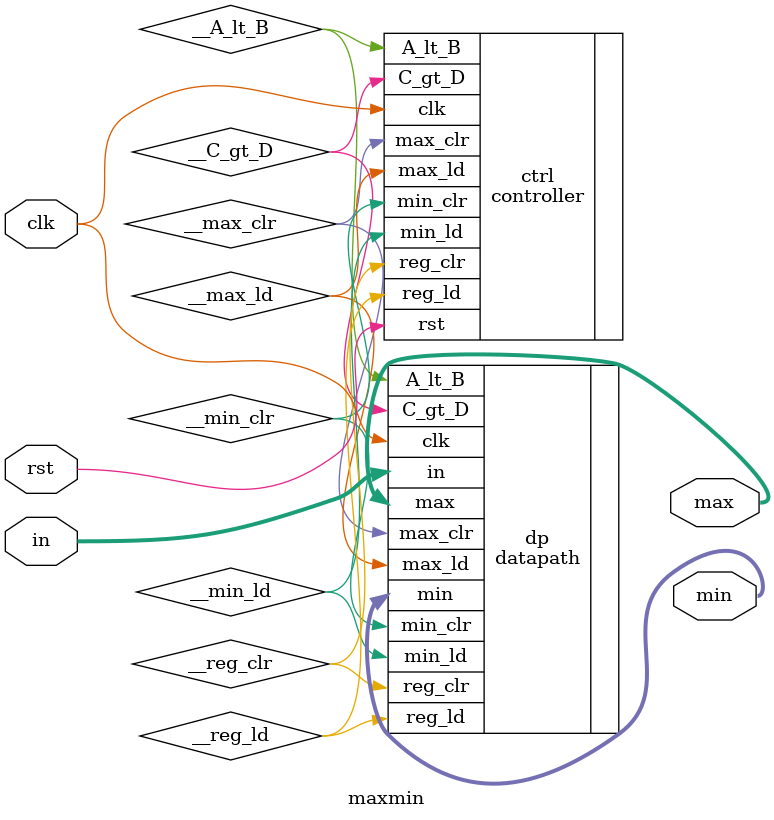
<source format=v>
module maxmin(
    output wire signed [31:0] max,
    output wire signed [31:0] min,
    input wire signed [31:0] in,
    input wire rst,
    input wire clk
);

wire __reg_clr;
wire __reg_ld;
wire __max_clr;
wire __max_ld;
wire __min_clr;
wire __min_ld;
wire __A_lt_B;
wire __C_gt_D;

controller ctrl(
    .reg_clr(__reg_clr),
    .reg_ld(__reg_ld),
    .max_clr(__max_clr),
    .max_ld(__max_ld),
    .min_clr(__min_clr),
    .min_ld(__min_ld),
    .rst(rst),
    .A_lt_B(__A_lt_B),
    .C_gt_D(__C_gt_D),
    .clk(clk)
);

datapath dp(
    .max(max),
    .min(min),
    .in(in),
    .reg_clr(__reg_clr),
    .reg_ld(__reg_ld),
    .max_clr(__max_clr),
    .max_ld(__max_ld),
    .min_clr(__min_clr),
    .min_ld(__min_ld),
    .clk(clk),
    .A_lt_B(__A_lt_B),
    .C_gt_D(__C_gt_D)
);

endmodule
</source>
